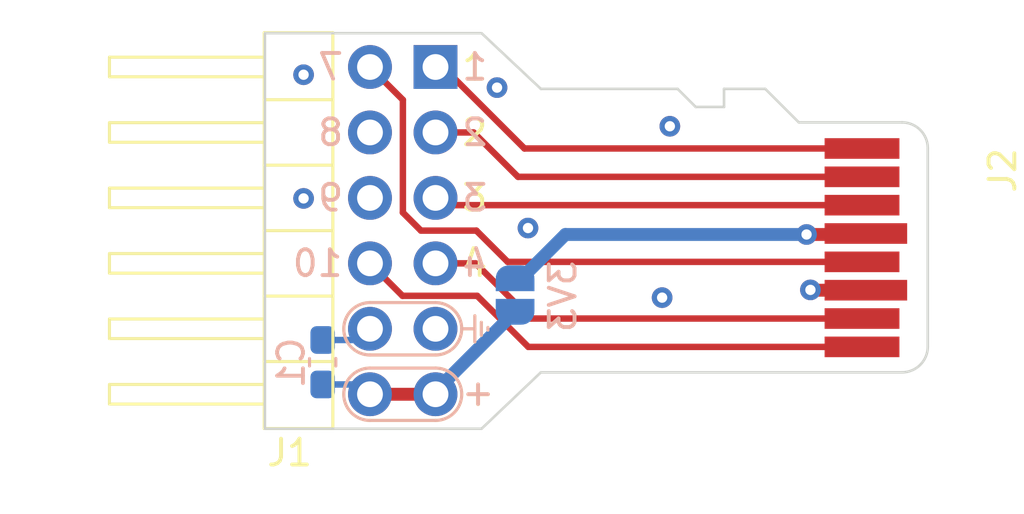
<source format=kicad_pcb>
(kicad_pcb (version 20211014) (generator pcbnew)
  (layers (0 "F.Cu" signal) (1 "In1.Cu" signal) (2 "In2.Cu" signal) (31 "B.Cu" signal) (34 "B.Paste" user) (35 "F.Paste" user) (36 "B.SilkS" user "B.Silkscreen") (37 "F.SilkS" user "F.Silkscreen") (38 "B.Mask" user) (39 "F.Mask" user) (44 "Edge.Cuts" user))
  (net 0 "")
  (net 1 "GND")
  (net 2 "VCC")
  (net 3 "CLK")
  (net 4 "DAT2")
  (net 5 "DAT3")
  (net 6 "DAT0")
  (net 7 "DAT1")
  (net 8 "CMD")
  (net 11 "Net-(J2-Pad4)")
  (footprint "microSD:microSD" (layer "F.Cu") (at 165.1 70.612 -90)
    (fp_text reference "J2" (at -3 -7 90) (layer "F.SilkS"))
    (fp_text value "Micro_SD_Card")
    (pad "1" smd rect locked (at -3.85 -1.55 270) (size 0.8 2.9) (layers "F.Cu" "F.Paste" "F.Mask") (net 4 "DAT2"))
    (pad "2" smd rect locked (at -2.75 -1.55 270) (size 0.8 2.9) (layers "F.Cu" "F.Paste" "F.Mask") (net 5 "DAT3"))
    (pad "3" smd rect locked (at -1.65 -1.55 270) (size 0.8 2.9) (layers "F.Cu" "F.Paste" "F.Mask") (net 8 "CMD"))
    (pad "4" smd rect locked (at -0.55 -1.7 270) (size 0.8 3.2) (layers "F.Cu" "F.Paste" "F.Mask") (net 11 "Net-(J2-Pad4)"))
    (pad "5" smd rect locked (at 0.55 -1.55 270) (size 0.8 2.9) (layers "F.Cu" "F.Paste" "F.Mask") (net 3 "CLK"))
    (pad "6" smd rect locked (at 1.65 -1.7 270) (size 0.8 3.2) (layers "F.Cu" "F.Paste" "F.Mask") (net 1 "GND"))
    (pad "7" smd rect locked (at 2.75 -1.55 270) (size 0.8 2.9) (layers "F.Cu" "F.Paste" "F.Mask") (net 6 "DAT0"))
    (pad "8" smd rect locked (at 3.85 -1.55 270) (size 0.8 2.9) (layers "F.Cu" "F.Paste" "F.Mask") (net 7 "DAT1"))
  )
  (footprint "pmod:PMOD_PinHeader_2x06_P2.54mm_Horizontal" (layer "F.Cu") (at 150.114 63.6)
    (fp_text reference "J1" (at -5.655 14.97 180) (layer "F.SilkS"))
    (fp_text value "PMOD_Peripheral_Conn_02x06")
    (fp_text user "1" (at 1.524 0 unlocked) (layer "B.SilkS") (effects (justify mirror)))
    (fp_text user "4" (at 1.524 7.62 unlocked) (layer "B.SilkS") (effects (justify mirror)))
    (fp_text user "10" (at -4.572 7.62 unlocked) (layer "B.SilkS") (effects (justify mirror)))
    (fp_text user "9" (at -4.064 5.08 unlocked) (layer "B.SilkS") (effects (justify mirror)))
    (fp_text user "3" (at 1.524 5.08 unlocked) (layer "B.SilkS") (effects (justify mirror)))
    (fp_text user "+" (at 1.651 12.6238 unlocked) (layer "B.SilkS") (effects (justify mirror)))
    (fp_text user "7" (at -4.064 0 unlocked) (layer "B.SilkS") (effects (justify mirror)))
    (fp_text user "2" (at 1.524 2.54 unlocked) (layer "B.SilkS") (effects (justify mirror)))
    (fp_text user "8" (at -4.064 2.54 unlocked) (layer "B.SilkS") (effects (justify mirror)))
    (fp_text user "1" (at 1.524 0 unlocked) (layer "F.SilkS"))
    (fp_text user "3" (at 1.524 5.08 unlocked) (layer "F.SilkS"))
    (fp_text user "4" (at 1.524 7.62 unlocked) (layer "F.SilkS"))
    (fp_text user "+" (at 1.651 12.7762 180 unlocked) (layer "F.SilkS"))
    (fp_text user "2" (at 1.524 2.54 unlocked) (layer "F.SilkS"))
    (fp_line (start 1.016 10.16) (end 1.524 10.16) (layer "B.SilkS") (width 0.12))
    (fp_line (start 1.524 10.668) (end 1.524 9.652) (layer "B.SilkS") (width 0.12))
    (fp_line (start 0 11.684) (end -2.54 11.684) (layer "B.SilkS") (width 0.12))
    (fp_line (start 1.778 10.414) (end 1.778 9.906) (layer "B.SilkS") (width 0.12))
    (fp_line (start 2.032 10.2108) (end 2.032 10.1092) (layer "B.SilkS") (width 0.12))
    (fp_line (start 0 9.144) (end -2.54 9.144) (layer "B.SilkS") (width 0.12))
    (fp_line (start -2.54 13.716) (end 0 13.716) (layer "B.SilkS") (width 0.12))
    (fp_line (start -2.54 11.176) (end 0 11.176) (layer "B.SilkS") (width 0.12))
    (fp_arc (start -2.54 13.716) (mid -3.556 12.7) (end -2.54 11.684) (layer "B.SilkS") (width 0.12))
    (fp_arc (start -2.54 11.176) (mid -3.556 10.16) (end -2.54 9.144) (layer "B.SilkS") (width 0.12))
    (fp_arc (start 0 11.684) (mid 1.016 12.7) (end 0 13.716) (layer "B.SilkS") (width 0.12))
    (fp_arc (start 0 9.144) (mid 1.016 10.16) (end 0 11.176) (layer "B.SilkS") (width 0.12))
    (fp_line (start -2.54 9.144) (end 0 9.144) (layer "F.SilkS") (width 0.12))
    (fp_line (start -3.98 1.27) (end -6.64 1.27) (layer "F.SilkS") (width 0.12))
    (fp_line (start -6.64 14.03) (end -3.98 14.03) (layer "F.SilkS") (width 0.12))
    (fp_line (start -12.64 5.46) (end -12.64 4.7) (layer "F.SilkS") (width 0.12))
    (fp_line (start -6.64 10.54) (end -12.64 10.54) (layer "F.SilkS") (width 0.12))
    (fp_line (start -12.64 13.08) (end -12.64 12.32) (layer "F.SilkS") (width 0.12))
    (fp_line (start -3.98 -1.33) (end -6.64 -1.33) (layer "F.SilkS") (width 0.12))
    (fp_line (start -6.64 5.46) (end -12.64 5.46) (layer "F.SilkS") (width 0.12))
    (fp_line (start -6.64 2.92) (end -12.64 2.92) (layer "F.SilkS") (width 0.12))
    (fp_line (start 1.778 9.906) (end 1.778 10.414) (layer "F.SilkS") (width 0.12))
    (fp_line (start -6.64 0.38) (end -12.64 0.38) (layer "F.SilkS") (width 0.12))
    (fp_line (start 2.032 10.1092) (end 2.032 10.2108) (layer "F.SilkS") (width 0.12))
    (fp_line (start 0 13.716) (end -2.54 13.716) (layer "F.SilkS") (width 0.12))
    (fp_line (start -12.64 4.7) (end -6.64 4.7) (layer "F.SilkS") (width 0.12))
    (fp_line (start -6.64 8) (end -12.64 8) (layer "F.SilkS") (width 0.12))
    (fp_line (start -2.54 11.684) (end 0 11.684) (layer "F.SilkS") (width 0.12))
    (fp_line (start -6.64 -1.33) (end -6.64 14.03) (layer "F.SilkS") (width 0.12))
    (fp_line (start -3.98 6.35) (end -6.64 6.35) (layer "F.SilkS") (width 0.12))
    (fp_line (start -12.64 2.92) (end -12.64 2.16) (layer "F.SilkS") (width 0.12))
    (fp_line (start -12.64 7.24) (end -6.64 7.24) (layer "F.SilkS") (width 0.12))
    (fp_line (start -3.98 8.89) (end -6.64 8.89) (layer "F.SilkS") (width 0.12))
    (fp_line (start -12.64 0.38) (end -12.64 -0.38) (layer "F.SilkS") (width 0.12))
    (fp_line (start -6.64 13.08) (end -12.64 13.08) (layer "F.SilkS") (width 0.12))
    (fp_line (start -12.64 8) (end -12.64 7.24) (layer "F.SilkS") (width 0.12))
    (fp_line (start -12.64 12.32) (end -6.64 12.32) (layer "F.SilkS") (width 0.12))
    (fp_line (start -12.64 9.78) (end -6.64 9.78) (layer "F.SilkS") (width 0.12))
    (fp_line (start -12.64 2.16) (end -6.64 2.16) (layer "F.SilkS") (width 0.12))
    (fp_line (start -12.64 -0.38) (end -6.64 -0.38) (layer "F.SilkS") (width 0.12))
    (fp_line (start -3.98 11.43) (end -6.64 11.43) (layer "F.SilkS") (width 0.12))
    (fp_line (start 1.016 10.16) (end 1.524 10.16) (layer "F.SilkS") (width 0.12))
    (fp_line (start -3.98 14.03) (end -3.98 -1.33) (layer "F.SilkS") (width 0.12))
    (fp_line (start 1.524 9.652) (end 1.524 10.668) (layer "F.SilkS") (width 0.12))
    (fp_line (start 0 11.176) (end -2.54 11.176) (layer "F.SilkS") (width 0.12))
    (fp_line (start -3.98 3.81) (end -6.64 3.81) (layer "F.SilkS") (width 0.12))
    (fp_line (start -12.64 10.54) (end -12.64 9.78) (layer "F.SilkS") (width 0.12))
    (fp_arc (start -2.54 13.716) (mid -3.556 12.7) (end -2.54 11.684) (layer "F.SilkS") (width 0.12))
    (fp_arc (start -2.54 11.176) (mid -3.556 10.16) (end -2.54 9.144) (layer "F.SilkS") (width 0.12))
    (fp_arc (start 0 9.144) (mid 1.016 10.16) (end 0 11.176) (layer "F.SilkS") (width 0.12))
    (fp_arc (start 0 11.684) (mid 1.016 12.7) (end 0 13.716) (layer "F.SilkS") (width 0.12))
    (pad "1" thru_hole rect (at 0 0 180) (size 1.7 1.7) (drill 1) (layers *.Cu *.Mask) (net 4 "DAT2"))
    (pad "2" thru_hole oval (at 0 2.54 180) (size 1.7 1.7) (drill 1) (layers *.Cu *.Mask) (net 5 "DAT3"))
    (pad "3" thru_hole oval (at 0 5.08 180) (size 1.7 1.7) (drill 1) (layers *.Cu *.Mask) (net 8 "CMD"))
    (pad "4" thru_hole oval (at 0 7.62 180) (size 1.7 1.7) (drill 1) (layers *.Cu *.Mask) (net 6 "DAT0"))
    (pad "5" thru_hole oval (at 0 10.16 180) (size 1.7 1.7) (drill 1) (layers *.Cu *.Mask) (net 1 "GND"))
    (pad "6" thru_hole oval (at 0 12.7 180) (size 1.7 1.7) (drill 1) (layers *.Cu *.Mask) (net 2 "VCC"))
    (pad "7" thru_hole oval (at -2.54 0 180) (size 1.7 1.7) (drill 1) (layers *.Cu *.Mask) (net 3 "CLK"))
    (pad "8" thru_hole oval (at -2.54 2.54 180) (size 1.7 1.7) (drill 1) (layers *.Cu *.Mask))
    (pad "9" thru_hole oval (at -2.54 5.08 180) (size 1.7 1.7) (drill 1) (layers *.Cu *.Mask))
    (pad "10" thru_hole oval (at -2.54 7.62 180) (size 1.7 1.7) (drill 1) (layers *.Cu *.Mask) (net 7 "DAT1"))
    (pad "11" thru_hole oval (at -2.54 10.16 180) (size 1.7 1.7) (drill 1) (layers *.Cu *.Mask) (net 1 "GND"))
    (pad "12" thru_hole oval (at -2.54 12.7 180) (size 1.7 1.7) (drill 1) (layers *.Cu *.Mask) (net 2 "VCC"))
  )
  (footprint "Capacitor_SMD:C_0603_1608Metric_Pad1.08x0.95mm_HandSolder" (layer "B.Cu") (at 145.74 75.0575 90)
    (fp_text reference "C1" (at -0.0225 -1.22 90) (layer "B.SilkS") (effects (justify mirror)))
    (fp_text value "100n")
    (fp_line (start -0.146267 0.51) (end 0.146267 0.51) (layer "B.SilkS") (width 0.12))
    (fp_line (start -0.146267 -0.51) (end 0.146267 -0.51) (layer "B.SilkS") (width 0.12))
    (pad "1" smd roundrect (at -0.8625 0 90) (size 1.075 0.95) (layers "B.Cu" "B.Paste" "B.Mask") (net 2 "VCC"))
    (pad "2" smd roundrect (at 0.8625 0 90) (size 1.075 0.95) (layers "B.Cu" "B.Paste" "B.Mask") (net 1 "GND"))
  )
  (footprint "Jumper:SolderJumper-2_P1.3mm_Open_RoundedPad1.0x1.5mm" (layer "B.Cu") (at 153.2 72.45 90)
    (fp_text reference "JP1" hide)
    (fp_text value "3V3" (at -0.05 1.85 90) (layer "B.SilkS") (effects (justify mirror)))
    (pad "1" smd custom (at -0.65 0 90) (size 1 0.5) (layers "B.Cu" "B.Mask") (net 2 "VCC") (options (clearance outline) (anchor rect)) (primitives (gr_circle (center 0 -0.25) (end 0.5 -0.25) (width 0) (fill yes)) (gr_circle (center 0 0.25) (end 0.5 0.25) (width 0) (fill yes)) (gr_poly (pts (xy 0.5 -0.75) (xy 0 -0.75) (xy 0 0.75) (xy 0.5 0.75)) (width 0) (fill yes))))
    (pad "2" smd custom (at 0.65 0 90) (size 1 0.5) (layers "B.Cu" "B.Mask") (net 11 "Net-(J2-Pad4)") (options (clearance outline) (anchor rect)) (primitives (gr_circle (center 0 -0.25) (end 0.5 -0.25) (width 0) (fill yes)) (gr_circle (center 0 0.25) (end 0.5 0.25) (width 0) (fill yes)) (gr_poly (pts (xy 0 -0.75) (xy -0.5 -0.75) (xy -0.5 0.75) (xy 0 0.75)) (width 0) (fill yes))))
  )
  (gr_line (start 161.3 65.15) (end 161.3 64.45) (layer "Edge.Cuts") (width 0.1))
  (gr_line (start 159.5 64.45) (end 160.2 65.15) (layer "Edge.Cuts") (width 0.1))
  (gr_arc (start 168.2 65.75) (mid 168.907107 66.042893) (end 169.2 66.75) (layer "Edge.Cuts") (width 0.1))
  (gr_line (start 169.2 66.75) (end 169.2 74.45) (layer "Edge.Cuts") (width 0.1))
  (gr_line (start 154.2 75.45) (end 151.9 77.638) (layer "Edge.Cuts") (width 0.1))
  (gr_line (start 143.5 62.288) (end 151.9 62.288) (layer "Edge.Cuts") (width 0.1))
  (gr_line (start 160.2 65.15) (end 161.3 65.15) (layer "Edge.Cuts") (width 0.1))
  (gr_line (start 164.2 65.75) (end 168.2 65.75) (layer "Edge.Cuts") (width 0.1))
  (gr_line (start 143.5 77.638) (end 143.5 62.288) (layer "Edge.Cuts") (width 0.1))
  (gr_line (start 154.2 64.45) (end 159.5 64.45) (layer "Edge.Cuts") (width 0.1))
  (gr_arc (start 169.2 74.45) (mid 168.907107 75.157107) (end 168.2 75.45) (layer "Edge.Cuts") (width 0.1))
  (gr_line (start 154.2 64.45) (end 151.9 62.288) (layer "Edge.Cuts") (width 0.1))
  (gr_line (start 168.2 75.45) (end 154.2 75.45) (layer "Edge.Cuts") (width 0.1))
  (gr_line (start 151.9 77.638) (end 143.5 77.638) (layer "Edge.Cuts") (width 0.1))
  (gr_line (start 161.3 64.45) (end 162.9 64.45) (layer "Edge.Cuts") (width 0.1))
  (gr_line (start 162.9 64.45) (end 164.2 65.75) (layer "Edge.Cuts") (width 0.1))
  (segment (start 164.662 72.262) (end 166.8 72.262) (width 0.5) (layer "F.Cu") (net 1))
  (segment (start 164.65 72.25) (end 164.662 72.262) (width 0.5) (layer "F.Cu") (net 1))
  (via (at 164.65 72.25) (size 0.8) (drill 0.4) (layers "F.Cu" "B.Cu") (net 1))
  (via (at 159.2 65.9) (size 0.8) (drill 0.4) (layers "F.Cu" "B.Cu") (net 1))
  (via (at 158.9 72.55) (size 0.8) (drill 0.4) (layers "F.Cu" "B.Cu") (net 1))
  (via (at 152.5 64.4) (size 0.8) (drill 0.4) (layers "F.Cu" "B.Cu") (net 1))
  (via (at 145 63.9) (size 0.8) (drill 0.4) (layers "F.Cu" "B.Cu") (net 1))
  (via (at 153.7 69.85) (size 0.8) (drill 0.4) (layers "F.Cu" "B.Cu") (net 1))
  (via (at 145 68.7) (size 0.8) (drill 0.4) (layers "F.Cu" "B.Cu") (net 1))
  (segment (start 145.74 74.195) (end 147.139 74.195) (width 0.25) (layer "B.Cu") (net 1))
  (segment (start 147.139 74.195) (end 147.574 73.76) (width 0.25) (layer "B.Cu") (net 1))
  (segment (start 147.574 76.3) (end 150.114 76.3) (width 0.5) (layer "F.Cu") (net 2))
  (segment (start 147.194 75.92) (end 147.574 76.3) (width 0.25) (layer "B.Cu") (net 2))
  (segment (start 150.114 76.186) (end 153.2 73.1) (width 0.5) (layer "B.Cu") (net 2))
  (segment (start 150.114 76.3) (end 150.114 76.186) (width 0.5) (layer "B.Cu") (net 2))
  (segment (start 145.74 75.92) (end 147.194 75.92) (width 0.25) (layer "B.Cu") (net 2))
  (segment (start 147.574 63.6) (end 148.85 64.876) (width 0.25) (layer "F.Cu") (net 3))
  (segment (start 148.85 69.25) (end 149.55 69.95) (width 0.25) (layer "F.Cu") (net 3))
  (segment (start 149.55 69.95) (end 151.7 69.95) (width 0.25) (layer "F.Cu") (net 3))
  (segment (start 151.7 69.95) (end 152.912 71.162) (width 0.25) (layer "F.Cu") (net 3))
  (segment (start 152.912 71.162) (end 166.65 71.162) (width 0.25) (layer "F.Cu") (net 3))
  (segment (start 148.85 64.876) (end 148.85 69.25) (width 0.25) (layer "F.Cu") (net 3))
  (segment (start 153.562 66.762) (end 150.4 63.6) (width 0.25) (layer "F.Cu") (net 4))
  (segment (start 150.4 63.6) (end 150.114 63.6) (width 0.25) (layer "F.Cu") (net 4))
  (segment (start 166.65 66.762) (end 153.562 66.762) (width 0.25) (layer "F.Cu") (net 4))
  (segment (start 151.59 66.14) (end 153.312 67.862) (width 0.25) (layer "F.Cu") (net 5))
  (segment (start 150.114 66.14) (end 151.59 66.14) (width 0.25) (layer "F.Cu") (net 5))
  (segment (start 153.312 67.862) (end 166.65 67.862) (width 0.25) (layer "F.Cu") (net 5))
  (segment (start 153.812 73.362) (end 166.65 73.362) (width 0.25) (layer "F.Cu") (net 6))
  (segment (start 151.67 71.22) (end 153.812 73.362) (width 0.25) (layer "F.Cu") (net 6))
  (segment (start 150.114 71.22) (end 151.67 71.22) (width 0.25) (layer "F.Cu") (net 6))
  (segment (start 148.834 72.48) (end 151.73 72.48) (width 0.25) (layer "F.Cu") (net 7))
  (segment (start 153.712 74.462) (end 166.65 74.462) (width 0.25) (layer "F.Cu") (net 7))
  (segment (start 151.73 72.48) (end 153.712 74.462) (width 0.25) (layer "F.Cu") (net 7))
  (segment (start 147.574 71.22) (end 148.834 72.48) (width 0.25) (layer "F.Cu") (net 7))
  (segment (start 166.65 68.962) (end 150.396 68.962) (width 0.25) (layer "F.Cu") (net 8))
  (segment (start 150.396 68.962) (end 150.114 68.68) (width 0.25) (layer "F.Cu") (net 8))
  (segment (start 164.5 70.1) (end 166.762 70.1) (width 0.5) (layer "F.Cu") (net 11))
  (segment (start 166.762 70.1) (end 166.8 70.062) (width 0.5) (layer "F.Cu") (net 11))
  (via (at 164.5 70.1) (size 0.8) (drill 0.4) (layers "F.Cu" "B.Cu") (net 11))
  (segment (start 153.2 71.8) (end 153.45 71.8) (width 0.5) (layer "B.Cu") (net 11))
  (segment (start 155.15 70.1) (end 164.5 70.1) (width 0.5) (layer "B.Cu") (net 11))
  (segment (start 153.45 71.8) (end 155.15 70.1) (width 0.5) (layer "B.Cu") (net 11))
)
</source>
